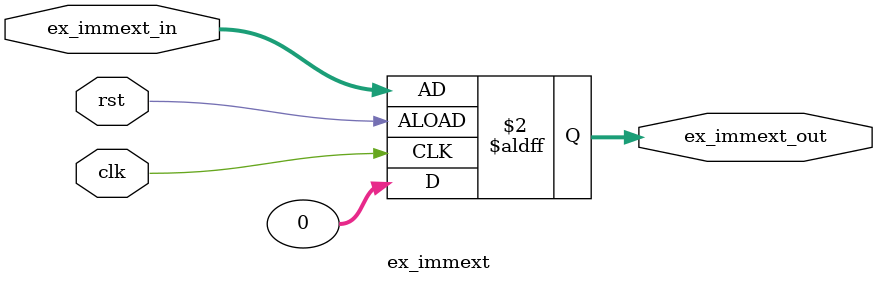
<source format=sv>
module ex_immext(
    input logic clk,
    input logic rst,
    input logic [31:0] ex_immext_in = 32'b0, 
    output logic [31:0] ex_immext_out
     
);

    always_ff @(posedge clk or negedge rst) begin
        if (rst) begin
            ex_immext_out <= 32'b0; 
        end else begin
            ex_immext_out <= ex_immext_in; 
        end
    end
endmodule
</source>
